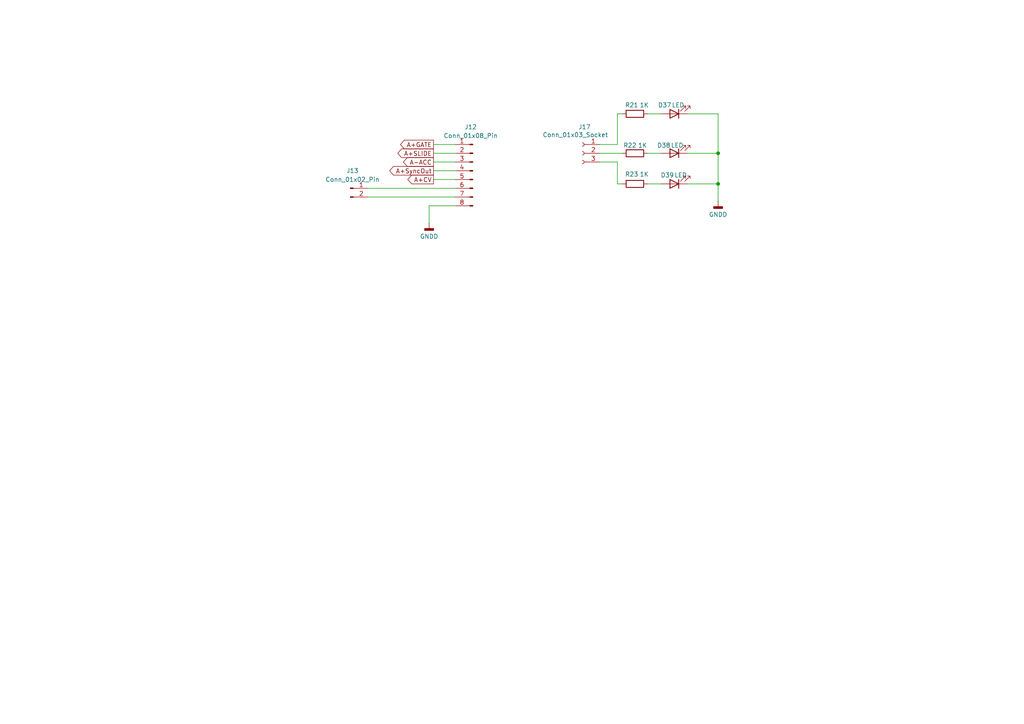
<source format=kicad_sch>
(kicad_sch (version 20231120) (generator "eeschema") (generator_version "8.0")
  (paper "A4")
  (lib_symbols
    (symbol "Connector:Conn_01x02_Pin" (pin_names (offset 1.016) hide)
      (property "Reference" "J" (at 0 2.54 0))
      (property "Value" "Conn_01x02_Pin" (at 0 -5.08 0))
      (symbol "Conn_01x02_Pin_1_1"
        (polyline (pts (xy 1.27 -2.54) (xy 0.8636 -2.54)) (stroke (width 0.1524)))
        (polyline (pts (xy 1.27 0) (xy 0.8636 0)) (stroke (width 0.1524)))
        (rectangle (start 0.8636 -2.413) (end 0 -2.667) (stroke (width 0.1524)) (fill (type outline)))
        (rectangle (start 0.8636 0.127) (end 0 -0.127) (stroke (width 0.1524)) (fill (type outline)))
        (pin passive line (at 5.08 0 180) (length 3.81) (name "Pin_1") (number "1"))
        (pin passive line (at 5.08 -2.54 180) (length 3.81) (name "Pin_2") (number "2"))
      )
    )
    (symbol "Connector:Conn_01x03_Socket" (pin_names (offset 1.016) hide)
      (property "Reference" "J" (at 0 5.08 0))
      (property "Value" "Conn_01x03_Socket" (at 0 -5.08 0))
      (symbol "Conn_01x03_Socket_1_1"
        (arc (start 0 -2.032) (mid -0.5058 -2.54) (end 0 -3.048) (stroke (width 0.1524)))
        (polyline (pts (xy -1.27 -2.54) (xy -0.508 -2.54)) (stroke (width 0.1524)))
        (polyline (pts (xy -1.27 0) (xy -0.508 0)) (stroke (width 0.1524)))
        (polyline (pts (xy -1.27 2.54) (xy -0.508 2.54)) (stroke (width 0.1524)))
        (arc (start 0 0.508) (mid -0.5058 0) (end 0 -0.508) (stroke (width 0.1524)))
        (arc (start 0 3.048) (mid -0.5058 2.54) (end 0 2.032) (stroke (width 0.1524)))
        (pin passive line (at -5.08 2.54 0) (length 3.81) (name "Pin_1") (number "1"))
        (pin passive line (at -5.08 0 0) (length 3.81) (name "Pin_2") (number "2"))
        (pin passive line (at -5.08 -2.54 0) (length 3.81) (name "Pin_3") (number "3"))
      )
    )
    (symbol "Connector:Conn_01x08_Pin" (pin_names (offset 1.016) hide)
      (property "Reference" "J" (at 0 10.16 0))
      (property "Value" "Conn_01x08_Pin" (at 0 -12.7 0))
      (symbol "Conn_01x08_Pin_1_1"
        (polyline (pts (xy 1.27 -10.16) (xy 0.8636 -10.16)) (stroke (width 0.1524)))
        (polyline (pts (xy 1.27 -7.62) (xy 0.8636 -7.62)) (stroke (width 0.1524)))
        (polyline (pts (xy 1.27 -5.08) (xy 0.8636 -5.08)) (stroke (width 0.1524)))
        (polyline (pts (xy 1.27 -2.54) (xy 0.8636 -2.54)) (stroke (width 0.1524)))
        (polyline (pts (xy 1.27 0) (xy 0.8636 0)) (stroke (width 0.1524)))
        (polyline (pts (xy 1.27 2.54) (xy 0.8636 2.54)) (stroke (width 0.1524)))
        (polyline (pts (xy 1.27 5.08) (xy 0.8636 5.08)) (stroke (width 0.1524)))
        (polyline (pts (xy 1.27 7.62) (xy 0.8636 7.62)) (stroke (width 0.1524)))
        (rectangle (start 0.8636 -10.033) (end 0 -10.287) (stroke (width 0.1524)) (fill (type outline)))
        (rectangle (start 0.8636 -7.493) (end 0 -7.747) (stroke (width 0.1524)) (fill (type outline)))
        (rectangle (start 0.8636 -4.953) (end 0 -5.207) (stroke (width 0.1524)) (fill (type outline)))
        (rectangle (start 0.8636 -2.413) (end 0 -2.667) (stroke (width 0.1524)) (fill (type outline)))
        (rectangle (start 0.8636 0.127) (end 0 -0.127) (stroke (width 0.1524)) (fill (type outline)))
        (rectangle (start 0.8636 2.667) (end 0 2.413) (stroke (width 0.1524)) (fill (type outline)))
        (rectangle (start 0.8636 5.207) (end 0 4.953) (stroke (width 0.1524)) (fill (type outline)))
        (rectangle (start 0.8636 7.747) (end 0 7.493) (stroke (width 0.1524)) (fill (type outline)))
        (pin passive line (at 5.08 7.62 180) (length 3.81) (name "Pin_1") (number "1"))
        (pin passive line (at 5.08 5.08 180) (length 3.81) (name "Pin_2") (number "2"))
        (pin passive line (at 5.08 2.54 180) (length 3.81) (name "Pin_3") (number "3"))
        (pin passive line (at 5.08 0 180) (length 3.81) (name "Pin_4") (number "4"))
        (pin passive line (at 5.08 -2.54 180) (length 3.81) (name "Pin_5") (number "5"))
        (pin passive line (at 5.08 -5.08 180) (length 3.81) (name "Pin_6") (number "6"))
        (pin passive line (at 5.08 -7.62 180) (length 3.81) (name "Pin_7") (number "7"))
        (pin passive line (at 5.08 -10.16 180) (length 3.81) (name "Pin_8") (number "8"))
      )
    )
    (symbol "Device:LED" (pin_numbers hide) (pin_names (offset 1.016) hide)
      (property "Reference" "D" (at 0 2.54 0))
      (property "Value" "LED" (at 0 -2.54 0))
      (symbol "LED_0_1"
        (polyline (pts (xy -1.27 -1.27) (xy -1.27 1.27)) (stroke (width 0.254)))
        (polyline (pts (xy -1.27 0) (xy 1.27 0)))
        (polyline (pts (xy 1.27 -1.27) (xy 1.27 1.27) (xy -1.27 0) (xy 1.27 -1.27)) (stroke (width 0.254)))
        (polyline (pts (xy -3.048 -0.762) (xy -4.572 -2.286) (xy -3.81 -2.286) (xy -4.572 -2.286) (xy -4.572 -1.524)))
        (polyline (pts (xy -1.778 -0.762) (xy -3.302 -2.286) (xy -2.54 -2.286) (xy -3.302 -2.286) (xy -3.302 -1.524)))
      )
      (symbol "LED_1_1"
        (pin passive line (at -3.81 0 0) (length 2.54) (name "K") (number "1"))
        (pin passive line (at 3.81 0 180) (length 2.54) (name "A") (number "2"))
      )
    )
    (symbol "Device:R" (pin_numbers hide) (pin_names (offset 0))
      (property "Reference" "R" (at 2.032 0 90))
      (property "Value" "R" (at 0 0 90))
      (symbol "R_0_1"
        (rectangle (start -1.016 -2.54) (end 1.016 2.54) (stroke (width 0.254)))
      )
      (symbol "R_1_1"
        (pin passive line (at 0 3.81 270) (length 1.27) (name "~") (number "1"))
        (pin passive line (at 0 -3.81 90) (length 1.27) (name "~") (number "2"))
      )
    )
    (symbol "power:GNDD" (power) (pin_numbers hide) (pin_names (offset 0) hide)
      (property "Value" "GNDD" (at 0 -3.175 0))
      (symbol "GNDD_0_1"
        (rectangle (start -1.27 -1.524) (end 1.27 -2.032) (stroke (width 0.254)) (fill (type outline)))
        (polyline (pts (xy 0 0) (xy 0 -1.524)))
      )
      (symbol "GNDD_1_1"
        (pin power_in line (at 0 0 270) (length 0) (name "~") (number "1"))
      )
    )
  )
  (junction (at 208.28 44.45))
  (junction (at 208.28 53.34))
  (wire (pts (xy 132.08 59.69) (xy 124.46 59.69)))
  (wire (pts (xy 187.96 33.02) (xy 191.77 33.02)))
  (wire (pts (xy 199.39 53.34) (xy 208.28 53.34)))
  (wire (pts (xy 187.96 44.45) (xy 191.77 44.45)))
  (wire (pts (xy 179.07 53.34) (xy 180.34 53.34)))
  (wire (pts (xy 208.28 33.02) (xy 208.28 44.45)))
  (wire (pts (xy 187.96 53.34) (xy 191.77 53.34)))
  (wire (pts (xy 179.07 46.99) (xy 173.99 46.99)))
  (wire (pts (xy 106.68 54.61) (xy 132.08 54.61)))
  (wire (pts (xy 125.73 49.53) (xy 132.08 49.53)))
  (wire (pts (xy 208.28 53.34) (xy 208.28 58.42)))
  (wire (pts (xy 125.73 41.91) (xy 132.08 41.91)))
  (wire (pts (xy 199.39 44.45) (xy 208.28 44.45)))
  (wire (pts (xy 173.99 44.45) (xy 180.34 44.45)))
  (wire (pts (xy 125.73 46.99) (xy 132.08 46.99)))
  (wire (pts (xy 208.28 44.45) (xy 208.28 53.34)))
  (wire (pts (xy 179.07 33.02) (xy 180.34 33.02)))
  (wire (pts (xy 179.07 53.34) (xy 179.07 46.99)))
  (wire (pts (xy 125.73 44.45) (xy 132.08 44.45)))
  (wire (pts (xy 106.68 57.15) (xy 132.08 57.15)))
  (wire (pts (xy 179.07 33.02) (xy 179.07 41.91)))
  (wire (pts (xy 179.07 41.91) (xy 173.99 41.91)))
  (wire (pts (xy 125.73 52.07) (xy 132.08 52.07)))
  (wire (pts (xy 124.46 59.69) (xy 124.46 64.77)))
  (wire (pts (xy 199.39 33.02) (xy 208.28 33.02)))
  (global_label "A-ACC" (shape output) (at 125.73 46.99 180) (property "Intersheetrefs" "${INTERSHEET_REFS}" (effects (hide yes))))
  (global_label "A+GATE" (shape output) (at 125.73 41.91 180) (property "Intersheetrefs" "${INTERSHEET_REFS}" (effects (hide yes))))
  (global_label "A+SyncOut" (shape output) (at 125.73 49.53 180) (property "Intersheetrefs" "${INTERSHEET_REFS}" (effects (hide yes))))
  (global_label "A+CV" (shape output) (at 125.73 52.07 180) (property "Intersheetrefs" "${INTERSHEET_REFS}" (effects (hide yes))))
  (global_label "A+SLIDE" (shape output) (at 125.73 44.45 180) (property "Intersheetrefs" "${INTERSHEET_REFS}" (effects (hide yes))))
  (symbol (lib_id "Connector:Conn_01x03_Socket") (at 168.91 44.45 0) (mirror y) (unit 1)
    (property "Reference" "J17" (at 169.545 36.83 0))
    (property "Value" "Conn_01x03_Socket" (at 166.878 39.116 0))
    (property "Footprint" "Connector_PinSocket_2.54mm:PinSocket_1x03_P2.54mm_Vertical" (effects (hide yes)))
    (property "Description" "Generic connector, single row, 01x03, script generated" (effects (hide yes)))
  )
  (symbol (lib_id "Connector:Conn_01x02_Pin") (at 101.6 54.61 0) (unit 1)
    (property "Reference" "J13" (at 102.235 49.53 0))
    (property "Value" "Conn_01x02_Pin" (at 102.235 52.07 0))
    (property "Footprint" "Connector_PinHeader_2.54mm:PinHeader_1x02_P2.54mm_Vertical" (effects (hide yes)))
    (property "Description" "Generic connector, single row, 01x02, script generated" (effects (hide yes)))
  )
  (symbol (lib_id "Device:LED") (at 195.58 33.02 180) (unit 1)
    (property "Reference" "D37" (at 192.786 30.48 0))
    (property "Value" "LED" (at 196.6595 30.48 0))
    (property "Footprint" "LED_THT:LED_D3.0mm" (effects (hide yes)))
    (property "Description" "Light emitting diode" (effects (hide yes)))
  )
  (symbol (lib_id "Device:R") (at 184.15 33.02 90) (unit 1)
    (property "Reference" "R21" (at 185.166 30.48 90) (effects (justify left)))
    (property "Value" "1K" (at 188.214 30.48 90) (effects (justify left)))
    (property "Footprint" "Resistor_THT:R_Axial_DIN0204_L3.6mm_D1.6mm_P2.54mm_Vertical" (effects (hide yes)))
    (property "Description" "Resistor" (effects (hide yes)))
  )
  (symbol (lib_id "Device:LED") (at 195.58 53.34 180) (unit 1)
    (property "Reference" "D39" (at 193.548 50.8 0))
    (property "Value" "LED" (at 197.4215 50.8 0))
    (property "Footprint" "LED_THT:LED_D3.0mm" (effects (hide yes)))
    (property "Description" "Light emitting diode" (effects (hide yes)))
  )
  (symbol (lib_id "power:GNDD") (at 124.46 64.77 0) (unit 1)
    (property "Reference" "#PWR019" (effects (hide yes)))
    (property "Value" "GNDD" (at 124.46 68.58 0))
    (property "Description" "Power symbol creates a global label with name \"GNDD\" , digital ground" (effects (hide yes)))
  )
  (symbol (lib_id "power:GNDD") (at 208.28 58.42 0) (unit 1)
    (property "Reference" "#PWR024" (effects (hide yes)))
    (property "Value" "GNDD" (at 208.28 62.23 0))
    (property "Description" "Power symbol creates a global label with name \"GNDD\" , digital ground" (effects (hide yes)))
  )
  (symbol (lib_id "Connector:Conn_01x08_Pin") (at 137.16 49.53 0) (mirror y) (unit 1)
    (property "Reference" "J12" (at 136.525 36.83 0))
    (property "Value" "Conn_01x08_Pin" (at 136.525 39.37 0))
    (property "Footprint" "Connector_PinHeader_2.54mm:PinHeader_1x08_P2.54mm_Vertical" (effects (hide yes)))
    (property "Description" "Generic connector, single row, 01x08, script generated" (effects (hide yes)))
  )
  (symbol (lib_id "Device:R") (at 184.15 44.45 90) (unit 1)
    (property "Reference" "R22" (at 184.658 42.164 90) (effects (justify left)))
    (property "Value" "1K" (at 187.706 42.164 90) (effects (justify left)))
    (property "Footprint" "Resistor_THT:R_Axial_DIN0204_L3.6mm_D1.6mm_P2.54mm_Vertical" (effects (hide yes)))
    (property "Description" "Resistor" (effects (hide yes)))
  )
  (symbol (lib_id "Device:LED") (at 195.58 44.45 180) (unit 1)
    (property "Reference" "D38" (at 192.532 42.164 0))
    (property "Value" "LED" (at 196.4055 42.164 0))
    (property "Footprint" "LED_THT:LED_D3.0mm" (effects (hide yes)))
    (property "Description" "Light emitting diode" (effects (hide yes)))
  )
  (symbol (lib_id "Device:R") (at 184.15 53.34 90) (unit 1)
    (property "Reference" "R23" (at 185.166 50.546 90) (effects (justify left)))
    (property "Value" "1K" (at 188.214 50.546 90) (effects (justify left)))
    (property "Footprint" "Resistor_THT:R_Axial_DIN0204_L3.6mm_D1.6mm_P2.54mm_Vertical" (effects (hide yes)))
    (property "Description" "Resistor" (effects (hide yes)))
  )
)
</source>
